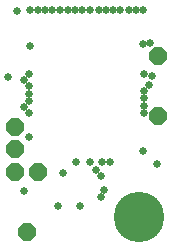
<source format=gbs>
G75*
%MOIN*%
%OFA0B0*%
%FSLAX24Y24*%
%IPPOS*%
%LPD*%
%AMOC8*
5,1,8,0,0,1.08239X$1,22.5*
%
%ADD10C,0.1680*%
%ADD11OC8,0.0600*%
%ADD12C,0.0260*%
D10*
X004880Y001445D03*
D11*
X001130Y000945D03*
X000755Y002945D03*
X000755Y003695D03*
X000755Y004445D03*
X001505Y002945D03*
X005505Y004820D03*
X005505Y006820D03*
D12*
X005255Y007235D03*
X005015Y007195D03*
X005055Y006195D03*
X005295Y006155D03*
X005215Y005835D03*
X005055Y005635D03*
X005055Y005395D03*
X005055Y005155D03*
X005055Y004915D03*
X005005Y003650D03*
X005485Y003210D03*
X003895Y003275D03*
X003655Y003275D03*
X003455Y002995D03*
X003615Y002795D03*
X003695Y002355D03*
X003615Y002115D03*
X002895Y001795D03*
X002175Y001795D03*
X002335Y002915D03*
X002775Y003275D03*
X003255Y003275D03*
X001215Y004115D03*
X001215Y004915D03*
X001055Y005115D03*
X001215Y005315D03*
X001215Y005555D03*
X001215Y005795D03*
X001055Y005995D03*
X001215Y006195D03*
X001255Y007155D03*
X000505Y006120D03*
X000815Y008315D03*
X001255Y008355D03*
X001495Y008355D03*
X001735Y008355D03*
X001975Y008355D03*
X002255Y008355D03*
X002495Y008355D03*
X002735Y008355D03*
X002975Y008355D03*
X003255Y008355D03*
X003535Y008355D03*
X003775Y008355D03*
X004015Y008355D03*
X004255Y008355D03*
X004535Y008355D03*
X004775Y008355D03*
X005015Y008355D03*
X001055Y002315D03*
M02*

</source>
